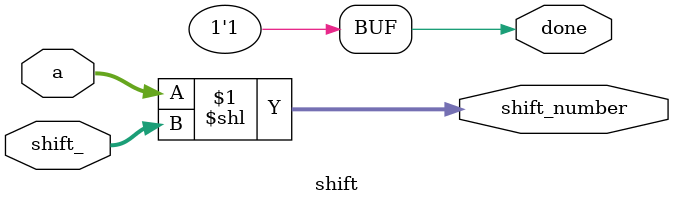
<source format=v>
module shift(
input[3:0] a,
input [3:0] shift_,

output[6:0] shift_number,
output done
);

assign shift_number = a<<shift_;
assign done = 1'b1;

endmodule



</source>
